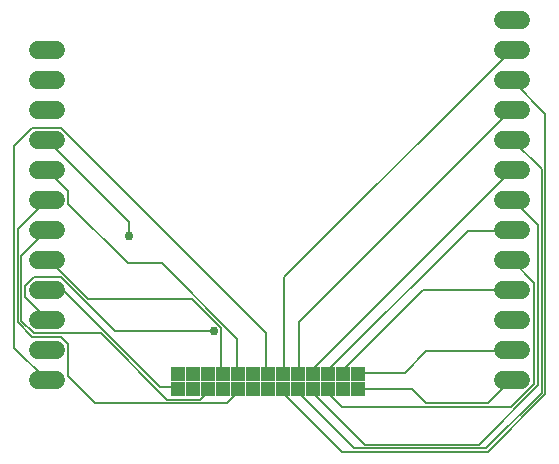
<source format=gbr>
G04 EAGLE Gerber RS-274X export*
G75*
%MOMM*%
%FSLAX34Y34*%
%LPD*%
%INTop Copper*%
%IPPOS*%
%AMOC8*
5,1,8,0,0,1.08239X$1,22.5*%
G01*
%ADD10R,1.158000X1.158000*%
%ADD11C,1.524000*%
%ADD12C,0.152400*%
%ADD13C,0.756400*%


D10*
X161300Y68600D03*
X174000Y68600D03*
X186700Y68600D03*
X199400Y68600D03*
X212100Y68600D03*
X224800Y68600D03*
X237500Y68600D03*
X250200Y68600D03*
X262900Y68600D03*
X275600Y68600D03*
X288300Y68600D03*
X301000Y68600D03*
X313700Y68600D03*
X313700Y81300D03*
X301000Y81300D03*
X288300Y81300D03*
X275600Y81300D03*
X262900Y81300D03*
X250200Y81300D03*
X237500Y81300D03*
X224800Y81300D03*
X212100Y81300D03*
X199400Y81300D03*
X186700Y81300D03*
X174000Y81300D03*
X161300Y81300D03*
D11*
X436880Y76200D02*
X452120Y76200D01*
X452120Y101600D02*
X436880Y101600D01*
X436880Y127000D02*
X452120Y127000D01*
X452120Y152400D02*
X436880Y152400D01*
X436880Y177800D02*
X452120Y177800D01*
X452120Y203200D02*
X436880Y203200D01*
X436880Y228600D02*
X452120Y228600D01*
X452120Y254000D02*
X436880Y254000D01*
X436880Y279400D02*
X452120Y279400D01*
X452120Y304800D02*
X436880Y304800D01*
X436880Y330200D02*
X452120Y330200D01*
X452120Y355600D02*
X436880Y355600D01*
X436880Y381000D02*
X452120Y381000D01*
X58420Y355600D02*
X43180Y355600D01*
X43180Y330200D02*
X58420Y330200D01*
X58420Y304800D02*
X43180Y304800D01*
X43180Y279400D02*
X58420Y279400D01*
X58420Y254000D02*
X43180Y254000D01*
X43180Y228600D02*
X58420Y228600D01*
X58420Y203200D02*
X43180Y203200D01*
X43180Y177800D02*
X58420Y177800D01*
X58420Y152400D02*
X43180Y152400D01*
X43180Y127000D02*
X58420Y127000D01*
X58420Y101600D02*
X43180Y101600D01*
X43180Y76200D02*
X58420Y76200D01*
D12*
X120396Y198120D02*
X120396Y210312D01*
X51816Y278892D01*
X50800Y279400D01*
D13*
X120396Y198120D03*
D12*
X211836Y111252D02*
X211836Y82296D01*
X211836Y111252D02*
X147828Y175260D01*
X118872Y175260D01*
X68580Y225552D01*
X68580Y236220D01*
X50800Y254000D01*
X211836Y82296D02*
X212100Y81300D01*
X211836Y68580D02*
X211836Y65532D01*
X202692Y56388D01*
X91440Y56388D01*
X68580Y79248D01*
X68580Y106680D01*
X62484Y112776D01*
X38100Y112776D01*
X25908Y124968D01*
X25908Y204216D01*
X50292Y228600D01*
X211836Y68580D02*
X212100Y68600D01*
X50800Y228600D02*
X50292Y228600D01*
X185928Y68580D02*
X185928Y65532D01*
X179832Y59436D01*
X152400Y59436D01*
X96012Y115824D01*
X39624Y115824D01*
X28956Y126492D01*
X28956Y181356D01*
X50800Y203200D01*
X185928Y68580D02*
X186700Y68600D01*
X198120Y82296D02*
X198120Y120396D01*
X173736Y144780D01*
X85344Y144780D01*
X51816Y178308D01*
X198120Y82296D02*
X199400Y81300D01*
X51816Y178308D02*
X50800Y177800D01*
X146304Y70104D02*
X160020Y70104D01*
X146304Y70104D02*
X64008Y152400D01*
X50800Y152400D01*
X160020Y70104D02*
X161300Y68600D01*
X192024Y117348D02*
X108204Y117348D01*
X62484Y163068D01*
X39624Y163068D01*
X32004Y155448D01*
X32004Y146304D01*
X50292Y128016D01*
X50800Y127000D01*
D13*
X192024Y117348D03*
D12*
X236220Y115824D02*
X236220Y82296D01*
X236220Y115824D02*
X62484Y289560D01*
X38100Y289560D01*
X22860Y274320D01*
X22860Y103632D01*
X50292Y76200D01*
X236220Y82296D02*
X237500Y81300D01*
X50800Y76200D02*
X50292Y76200D01*
X313944Y68580D02*
X359664Y68580D01*
X371856Y56388D01*
X423672Y56388D01*
X443484Y76200D01*
X313944Y68580D02*
X313700Y68600D01*
X443484Y76200D02*
X444500Y76200D01*
X353568Y82296D02*
X313944Y82296D01*
X353568Y82296D02*
X371856Y100584D01*
X443484Y100584D01*
X313944Y82296D02*
X313700Y81300D01*
X443484Y100584D02*
X444500Y101600D01*
X301752Y85344D02*
X301752Y82296D01*
X301752Y85344D02*
X368808Y152400D01*
X444500Y152400D01*
X301752Y82296D02*
X301000Y81300D01*
X289560Y68580D02*
X289560Y64008D01*
X300228Y53340D01*
X443484Y53340D01*
X463296Y73152D01*
X463296Y158496D01*
X445008Y176784D01*
X289560Y68580D02*
X288300Y68600D01*
X445008Y176784D02*
X444500Y177800D01*
X289560Y85344D02*
X289560Y82296D01*
X289560Y85344D02*
X406908Y202692D01*
X443484Y202692D01*
X289560Y82296D02*
X288300Y81300D01*
X443484Y202692D02*
X444500Y203200D01*
X275844Y68580D02*
X275844Y65532D01*
X320040Y21336D01*
X416052Y21336D01*
X466344Y71628D01*
X466344Y207264D01*
X445008Y228600D01*
X275844Y68580D02*
X275600Y68600D01*
X444500Y228600D02*
X445008Y228600D01*
X275844Y85344D02*
X275844Y82296D01*
X275844Y85344D02*
X444500Y254000D01*
X275844Y82296D02*
X275600Y81300D01*
X263652Y68580D02*
X263652Y65532D01*
X310896Y18288D01*
X422148Y18288D01*
X469392Y65532D01*
X469392Y254508D01*
X444500Y279400D01*
X263652Y68580D02*
X262900Y68600D01*
X263652Y82296D02*
X263652Y124968D01*
X443484Y304800D01*
X263652Y82296D02*
X262900Y81300D01*
X443484Y304800D02*
X444500Y304800D01*
X251460Y68580D02*
X251460Y64008D01*
X300228Y15240D01*
X423672Y15240D01*
X472440Y64008D01*
X472440Y301752D01*
X445008Y329184D01*
X251460Y68580D02*
X250200Y68600D01*
X445008Y329184D02*
X444500Y330200D01*
X251460Y163068D02*
X251460Y82296D01*
X251460Y163068D02*
X443484Y355092D01*
X251460Y82296D02*
X250200Y81300D01*
X443484Y355092D02*
X444500Y355600D01*
M02*

</source>
